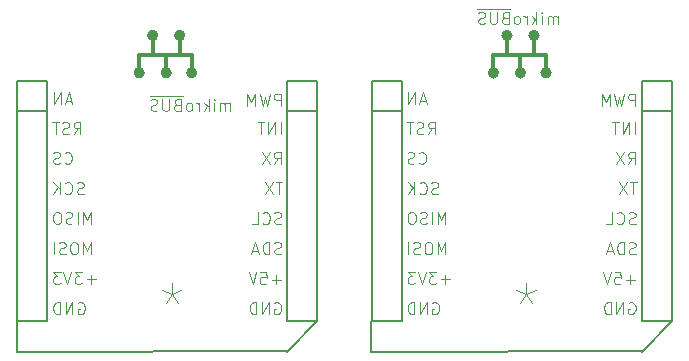
<source format=gbo>
G04 #@! TF.GenerationSoftware,KiCad,Pcbnew,8.0.6*
G04 #@! TF.CreationDate,2025-01-17T22:38:05-05:00*
G04 #@! TF.ProjectId,board_stm32_rev2,626f6172-645f-4737-946d-33325f726576,rev?*
G04 #@! TF.SameCoordinates,Original*
G04 #@! TF.FileFunction,Legend,Bot*
G04 #@! TF.FilePolarity,Positive*
%FSLAX46Y46*%
G04 Gerber Fmt 4.6, Leading zero omitted, Abs format (unit mm)*
G04 Created by KiCad (PCBNEW 8.0.6) date 2025-01-17 22:38:05*
%MOMM*%
%LPD*%
G01*
G04 APERTURE LIST*
G04 Aperture macros list*
%AMRoundRect*
0 Rectangle with rounded corners*
0 $1 Rounding radius*
0 $2 $3 $4 $5 $6 $7 $8 $9 X,Y pos of 4 corners*
0 Add a 4 corners polygon primitive as box body*
4,1,4,$2,$3,$4,$5,$6,$7,$8,$9,$2,$3,0*
0 Add four circle primitives for the rounded corners*
1,1,$1+$1,$2,$3*
1,1,$1+$1,$4,$5*
1,1,$1+$1,$6,$7*
1,1,$1+$1,$8,$9*
0 Add four rect primitives between the rounded corners*
20,1,$1+$1,$2,$3,$4,$5,0*
20,1,$1+$1,$4,$5,$6,$7,0*
20,1,$1+$1,$6,$7,$8,$9,0*
20,1,$1+$1,$8,$9,$2,$3,0*%
G04 Aperture macros list end*
%ADD10C,0.100000*%
%ADD11C,0.127000*%
%ADD12C,0.304800*%
%ADD13C,0.508000*%
%ADD14C,4.700000*%
%ADD15R,1.700000X1.700000*%
%ADD16C,1.700000*%
%ADD17C,3.500000*%
%ADD18C,4.419600*%
%ADD19RoundRect,0.250000X-0.600000X-0.600000X0.600000X-0.600000X0.600000X0.600000X-0.600000X0.600000X0*%
%ADD20R,1.676400X1.676400*%
%ADD21C,1.524000*%
%ADD22R,1.524000X1.524000*%
%ADD23R,1.600000X1.600000*%
%ADD24O,1.600000X1.600000*%
%ADD25C,1.500000*%
%ADD26C,1.000000*%
%ADD27O,1.700000X1.700000*%
%ADD28C,1.600000*%
%ADD29C,1.625600*%
%ADD30C,5.181600*%
G04 APERTURE END LIST*
D10*
X137029561Y-110232419D02*
X137029561Y-109232419D01*
X136553371Y-110232419D02*
X136553371Y-109232419D01*
X136553371Y-109232419D02*
X135981943Y-110232419D01*
X135981943Y-110232419D02*
X135981943Y-109232419D01*
X135648609Y-109232419D02*
X135077181Y-109232419D01*
X135362895Y-110232419D02*
X135362895Y-109232419D01*
X120357713Y-115264800D02*
X120214856Y-115312419D01*
X120214856Y-115312419D02*
X119976761Y-115312419D01*
X119976761Y-115312419D02*
X119881523Y-115264800D01*
X119881523Y-115264800D02*
X119833904Y-115217180D01*
X119833904Y-115217180D02*
X119786285Y-115121942D01*
X119786285Y-115121942D02*
X119786285Y-115026704D01*
X119786285Y-115026704D02*
X119833904Y-114931466D01*
X119833904Y-114931466D02*
X119881523Y-114883847D01*
X119881523Y-114883847D02*
X119976761Y-114836228D01*
X119976761Y-114836228D02*
X120167237Y-114788609D01*
X120167237Y-114788609D02*
X120262475Y-114740990D01*
X120262475Y-114740990D02*
X120310094Y-114693371D01*
X120310094Y-114693371D02*
X120357713Y-114598133D01*
X120357713Y-114598133D02*
X120357713Y-114502895D01*
X120357713Y-114502895D02*
X120310094Y-114407657D01*
X120310094Y-114407657D02*
X120262475Y-114360038D01*
X120262475Y-114360038D02*
X120167237Y-114312419D01*
X120167237Y-114312419D02*
X119929142Y-114312419D01*
X119929142Y-114312419D02*
X119786285Y-114360038D01*
X118786285Y-115217180D02*
X118833904Y-115264800D01*
X118833904Y-115264800D02*
X118976761Y-115312419D01*
X118976761Y-115312419D02*
X119071999Y-115312419D01*
X119071999Y-115312419D02*
X119214856Y-115264800D01*
X119214856Y-115264800D02*
X119310094Y-115169561D01*
X119310094Y-115169561D02*
X119357713Y-115074323D01*
X119357713Y-115074323D02*
X119405332Y-114883847D01*
X119405332Y-114883847D02*
X119405332Y-114740990D01*
X119405332Y-114740990D02*
X119357713Y-114550514D01*
X119357713Y-114550514D02*
X119310094Y-114455276D01*
X119310094Y-114455276D02*
X119214856Y-114360038D01*
X119214856Y-114360038D02*
X119071999Y-114312419D01*
X119071999Y-114312419D02*
X118976761Y-114312419D01*
X118976761Y-114312419D02*
X118833904Y-114360038D01*
X118833904Y-114360038D02*
X118786285Y-114407657D01*
X118357713Y-115312419D02*
X118357713Y-114312419D01*
X117786285Y-115312419D02*
X118214856Y-114740990D01*
X117786285Y-114312419D02*
X118357713Y-114883847D01*
X120976761Y-117827019D02*
X120976761Y-116827019D01*
X120976761Y-116827019D02*
X120643428Y-117541304D01*
X120643428Y-117541304D02*
X120310095Y-116827019D01*
X120310095Y-116827019D02*
X120310095Y-117827019D01*
X119833904Y-117827019D02*
X119833904Y-116827019D01*
X119405333Y-117779400D02*
X119262476Y-117827019D01*
X119262476Y-117827019D02*
X119024381Y-117827019D01*
X119024381Y-117827019D02*
X118929143Y-117779400D01*
X118929143Y-117779400D02*
X118881524Y-117731780D01*
X118881524Y-117731780D02*
X118833905Y-117636542D01*
X118833905Y-117636542D02*
X118833905Y-117541304D01*
X118833905Y-117541304D02*
X118881524Y-117446066D01*
X118881524Y-117446066D02*
X118929143Y-117398447D01*
X118929143Y-117398447D02*
X119024381Y-117350828D01*
X119024381Y-117350828D02*
X119214857Y-117303209D01*
X119214857Y-117303209D02*
X119310095Y-117255590D01*
X119310095Y-117255590D02*
X119357714Y-117207971D01*
X119357714Y-117207971D02*
X119405333Y-117112733D01*
X119405333Y-117112733D02*
X119405333Y-117017495D01*
X119405333Y-117017495D02*
X119357714Y-116922257D01*
X119357714Y-116922257D02*
X119310095Y-116874638D01*
X119310095Y-116874638D02*
X119214857Y-116827019D01*
X119214857Y-116827019D02*
X118976762Y-116827019D01*
X118976762Y-116827019D02*
X118833905Y-116874638D01*
X118214857Y-116827019D02*
X118024381Y-116827019D01*
X118024381Y-116827019D02*
X117929143Y-116874638D01*
X117929143Y-116874638D02*
X117833905Y-116969876D01*
X117833905Y-116969876D02*
X117786286Y-117160352D01*
X117786286Y-117160352D02*
X117786286Y-117493685D01*
X117786286Y-117493685D02*
X117833905Y-117684161D01*
X117833905Y-117684161D02*
X117929143Y-117779400D01*
X117929143Y-117779400D02*
X118024381Y-117827019D01*
X118024381Y-117827019D02*
X118214857Y-117827019D01*
X118214857Y-117827019D02*
X118310095Y-117779400D01*
X118310095Y-117779400D02*
X118405333Y-117684161D01*
X118405333Y-117684161D02*
X118452952Y-117493685D01*
X118452952Y-117493685D02*
X118452952Y-117160352D01*
X118452952Y-117160352D02*
X118405333Y-116969876D01*
X118405333Y-116969876D02*
X118310095Y-116874638D01*
X118310095Y-116874638D02*
X118214857Y-116827019D01*
X121357714Y-122526066D02*
X120595810Y-122526066D01*
X120976762Y-122907019D02*
X120976762Y-122145114D01*
X120214857Y-121907019D02*
X119595810Y-121907019D01*
X119595810Y-121907019D02*
X119929143Y-122287971D01*
X119929143Y-122287971D02*
X119786286Y-122287971D01*
X119786286Y-122287971D02*
X119691048Y-122335590D01*
X119691048Y-122335590D02*
X119643429Y-122383209D01*
X119643429Y-122383209D02*
X119595810Y-122478447D01*
X119595810Y-122478447D02*
X119595810Y-122716542D01*
X119595810Y-122716542D02*
X119643429Y-122811780D01*
X119643429Y-122811780D02*
X119691048Y-122859400D01*
X119691048Y-122859400D02*
X119786286Y-122907019D01*
X119786286Y-122907019D02*
X120072000Y-122907019D01*
X120072000Y-122907019D02*
X120167238Y-122859400D01*
X120167238Y-122859400D02*
X120214857Y-122811780D01*
X119310095Y-121907019D02*
X118976762Y-122907019D01*
X118976762Y-122907019D02*
X118643429Y-121907019D01*
X118405333Y-121907019D02*
X117786286Y-121907019D01*
X117786286Y-121907019D02*
X118119619Y-122287971D01*
X118119619Y-122287971D02*
X117976762Y-122287971D01*
X117976762Y-122287971D02*
X117881524Y-122335590D01*
X117881524Y-122335590D02*
X117833905Y-122383209D01*
X117833905Y-122383209D02*
X117786286Y-122478447D01*
X117786286Y-122478447D02*
X117786286Y-122716542D01*
X117786286Y-122716542D02*
X117833905Y-122811780D01*
X117833905Y-122811780D02*
X117881524Y-122859400D01*
X117881524Y-122859400D02*
X117976762Y-122907019D01*
X117976762Y-122907019D02*
X118262476Y-122907019D01*
X118262476Y-122907019D02*
X118357714Y-122859400D01*
X118357714Y-122859400D02*
X118405333Y-122811780D01*
X136458132Y-112772419D02*
X136791465Y-112296228D01*
X137029560Y-112772419D02*
X137029560Y-111772419D01*
X137029560Y-111772419D02*
X136648608Y-111772419D01*
X136648608Y-111772419D02*
X136553370Y-111820038D01*
X136553370Y-111820038D02*
X136505751Y-111867657D01*
X136505751Y-111867657D02*
X136458132Y-111962895D01*
X136458132Y-111962895D02*
X136458132Y-112105752D01*
X136458132Y-112105752D02*
X136505751Y-112200990D01*
X136505751Y-112200990D02*
X136553370Y-112248609D01*
X136553370Y-112248609D02*
X136648608Y-112296228D01*
X136648608Y-112296228D02*
X137029560Y-112296228D01*
X136124798Y-111772419D02*
X135458132Y-112772419D01*
X135458132Y-111772419D02*
X136124798Y-112772419D01*
X137172418Y-114312419D02*
X136600990Y-114312419D01*
X136886704Y-115312419D02*
X136886704Y-114312419D01*
X136362894Y-114312419D02*
X135696228Y-115312419D01*
X135696228Y-114312419D02*
X136362894Y-115312419D01*
X127799999Y-122845276D02*
X127799999Y-123797657D01*
X128633333Y-123416704D02*
X127799999Y-123797657D01*
X127799999Y-123797657D02*
X126966666Y-123416704D01*
X128299999Y-124559561D02*
X127799999Y-123797657D01*
X127799999Y-123797657D02*
X127299999Y-124559561D01*
X136505751Y-124520038D02*
X136600989Y-124472419D01*
X136600989Y-124472419D02*
X136743846Y-124472419D01*
X136743846Y-124472419D02*
X136886703Y-124520038D01*
X136886703Y-124520038D02*
X136981941Y-124615276D01*
X136981941Y-124615276D02*
X137029560Y-124710514D01*
X137029560Y-124710514D02*
X137077179Y-124900990D01*
X137077179Y-124900990D02*
X137077179Y-125043847D01*
X137077179Y-125043847D02*
X137029560Y-125234323D01*
X137029560Y-125234323D02*
X136981941Y-125329561D01*
X136981941Y-125329561D02*
X136886703Y-125424800D01*
X136886703Y-125424800D02*
X136743846Y-125472419D01*
X136743846Y-125472419D02*
X136648608Y-125472419D01*
X136648608Y-125472419D02*
X136505751Y-125424800D01*
X136505751Y-125424800D02*
X136458132Y-125377180D01*
X136458132Y-125377180D02*
X136458132Y-125043847D01*
X136458132Y-125043847D02*
X136648608Y-125043847D01*
X136029560Y-125472419D02*
X136029560Y-124472419D01*
X136029560Y-124472419D02*
X135458132Y-125472419D01*
X135458132Y-125472419D02*
X135458132Y-124472419D01*
X134981941Y-125472419D02*
X134981941Y-124472419D01*
X134981941Y-124472419D02*
X134743846Y-124472419D01*
X134743846Y-124472419D02*
X134600989Y-124520038D01*
X134600989Y-124520038D02*
X134505751Y-124615276D01*
X134505751Y-124615276D02*
X134458132Y-124710514D01*
X134458132Y-124710514D02*
X134410513Y-124900990D01*
X134410513Y-124900990D02*
X134410513Y-125043847D01*
X134410513Y-125043847D02*
X134458132Y-125234323D01*
X134458132Y-125234323D02*
X134505751Y-125329561D01*
X134505751Y-125329561D02*
X134600989Y-125424800D01*
X134600989Y-125424800D02*
X134743846Y-125472419D01*
X134743846Y-125472419D02*
X134981941Y-125472419D01*
X119500572Y-110232419D02*
X119833905Y-109756228D01*
X120072000Y-110232419D02*
X120072000Y-109232419D01*
X120072000Y-109232419D02*
X119691048Y-109232419D01*
X119691048Y-109232419D02*
X119595810Y-109280038D01*
X119595810Y-109280038D02*
X119548191Y-109327657D01*
X119548191Y-109327657D02*
X119500572Y-109422895D01*
X119500572Y-109422895D02*
X119500572Y-109565752D01*
X119500572Y-109565752D02*
X119548191Y-109660990D01*
X119548191Y-109660990D02*
X119595810Y-109708609D01*
X119595810Y-109708609D02*
X119691048Y-109756228D01*
X119691048Y-109756228D02*
X120072000Y-109756228D01*
X119119619Y-110184800D02*
X118976762Y-110232419D01*
X118976762Y-110232419D02*
X118738667Y-110232419D01*
X118738667Y-110232419D02*
X118643429Y-110184800D01*
X118643429Y-110184800D02*
X118595810Y-110137180D01*
X118595810Y-110137180D02*
X118548191Y-110041942D01*
X118548191Y-110041942D02*
X118548191Y-109946704D01*
X118548191Y-109946704D02*
X118595810Y-109851466D01*
X118595810Y-109851466D02*
X118643429Y-109803847D01*
X118643429Y-109803847D02*
X118738667Y-109756228D01*
X118738667Y-109756228D02*
X118929143Y-109708609D01*
X118929143Y-109708609D02*
X119024381Y-109660990D01*
X119024381Y-109660990D02*
X119072000Y-109613371D01*
X119072000Y-109613371D02*
X119119619Y-109518133D01*
X119119619Y-109518133D02*
X119119619Y-109422895D01*
X119119619Y-109422895D02*
X119072000Y-109327657D01*
X119072000Y-109327657D02*
X119024381Y-109280038D01*
X119024381Y-109280038D02*
X118929143Y-109232419D01*
X118929143Y-109232419D02*
X118691048Y-109232419D01*
X118691048Y-109232419D02*
X118548191Y-109280038D01*
X118262476Y-109232419D02*
X117691048Y-109232419D01*
X117976762Y-110232419D02*
X117976762Y-109232419D01*
X130483332Y-100907419D02*
X130483332Y-100240752D01*
X130483332Y-100335990D02*
X130435713Y-100288371D01*
X130435713Y-100288371D02*
X130340475Y-100240752D01*
X130340475Y-100240752D02*
X130197618Y-100240752D01*
X130197618Y-100240752D02*
X130102380Y-100288371D01*
X130102380Y-100288371D02*
X130054761Y-100383609D01*
X130054761Y-100383609D02*
X130054761Y-100907419D01*
X130054761Y-100383609D02*
X130007142Y-100288371D01*
X130007142Y-100288371D02*
X129911904Y-100240752D01*
X129911904Y-100240752D02*
X129769047Y-100240752D01*
X129769047Y-100240752D02*
X129673808Y-100288371D01*
X129673808Y-100288371D02*
X129626189Y-100383609D01*
X129626189Y-100383609D02*
X129626189Y-100907419D01*
X129149999Y-100907419D02*
X129149999Y-100240752D01*
X129149999Y-99907419D02*
X129197618Y-99955038D01*
X129197618Y-99955038D02*
X129149999Y-100002657D01*
X129149999Y-100002657D02*
X129102380Y-99955038D01*
X129102380Y-99955038D02*
X129149999Y-99907419D01*
X129149999Y-99907419D02*
X129149999Y-100002657D01*
X128673809Y-100907419D02*
X128673809Y-99907419D01*
X128578571Y-100526466D02*
X128292857Y-100907419D01*
X128292857Y-100240752D02*
X128673809Y-100621704D01*
X127864285Y-100907419D02*
X127864285Y-100240752D01*
X127864285Y-100431228D02*
X127816666Y-100335990D01*
X127816666Y-100335990D02*
X127769047Y-100288371D01*
X127769047Y-100288371D02*
X127673809Y-100240752D01*
X127673809Y-100240752D02*
X127578571Y-100240752D01*
X127102380Y-100907419D02*
X127197618Y-100859800D01*
X127197618Y-100859800D02*
X127245237Y-100812180D01*
X127245237Y-100812180D02*
X127292856Y-100716942D01*
X127292856Y-100716942D02*
X127292856Y-100431228D01*
X127292856Y-100431228D02*
X127245237Y-100335990D01*
X127245237Y-100335990D02*
X127197618Y-100288371D01*
X127197618Y-100288371D02*
X127102380Y-100240752D01*
X127102380Y-100240752D02*
X126959523Y-100240752D01*
X126959523Y-100240752D02*
X126864285Y-100288371D01*
X126864285Y-100288371D02*
X126816666Y-100335990D01*
X126816666Y-100335990D02*
X126769047Y-100431228D01*
X126769047Y-100431228D02*
X126769047Y-100716942D01*
X126769047Y-100716942D02*
X126816666Y-100812180D01*
X126816666Y-100812180D02*
X126864285Y-100859800D01*
X126864285Y-100859800D02*
X126959523Y-100907419D01*
X126959523Y-100907419D02*
X127102380Y-100907419D01*
X126007142Y-100383609D02*
X125864285Y-100431228D01*
X125864285Y-100431228D02*
X125816666Y-100478847D01*
X125816666Y-100478847D02*
X125769047Y-100574085D01*
X125769047Y-100574085D02*
X125769047Y-100716942D01*
X125769047Y-100716942D02*
X125816666Y-100812180D01*
X125816666Y-100812180D02*
X125864285Y-100859800D01*
X125864285Y-100859800D02*
X125959523Y-100907419D01*
X125959523Y-100907419D02*
X126340475Y-100907419D01*
X126340475Y-100907419D02*
X126340475Y-99907419D01*
X126340475Y-99907419D02*
X126007142Y-99907419D01*
X126007142Y-99907419D02*
X125911904Y-99955038D01*
X125911904Y-99955038D02*
X125864285Y-100002657D01*
X125864285Y-100002657D02*
X125816666Y-100097895D01*
X125816666Y-100097895D02*
X125816666Y-100193133D01*
X125816666Y-100193133D02*
X125864285Y-100288371D01*
X125864285Y-100288371D02*
X125911904Y-100335990D01*
X125911904Y-100335990D02*
X126007142Y-100383609D01*
X126007142Y-100383609D02*
X126340475Y-100383609D01*
X125340475Y-99907419D02*
X125340475Y-100716942D01*
X125340475Y-100716942D02*
X125292856Y-100812180D01*
X125292856Y-100812180D02*
X125245237Y-100859800D01*
X125245237Y-100859800D02*
X125149999Y-100907419D01*
X125149999Y-100907419D02*
X124959523Y-100907419D01*
X124959523Y-100907419D02*
X124864285Y-100859800D01*
X124864285Y-100859800D02*
X124816666Y-100812180D01*
X124816666Y-100812180D02*
X124769047Y-100716942D01*
X124769047Y-100716942D02*
X124769047Y-99907419D01*
X124340475Y-100859800D02*
X124197618Y-100907419D01*
X124197618Y-100907419D02*
X123959523Y-100907419D01*
X123959523Y-100907419D02*
X123864285Y-100859800D01*
X123864285Y-100859800D02*
X123816666Y-100812180D01*
X123816666Y-100812180D02*
X123769047Y-100716942D01*
X123769047Y-100716942D02*
X123769047Y-100621704D01*
X123769047Y-100621704D02*
X123816666Y-100526466D01*
X123816666Y-100526466D02*
X123864285Y-100478847D01*
X123864285Y-100478847D02*
X123959523Y-100431228D01*
X123959523Y-100431228D02*
X124149999Y-100383609D01*
X124149999Y-100383609D02*
X124245237Y-100335990D01*
X124245237Y-100335990D02*
X124292856Y-100288371D01*
X124292856Y-100288371D02*
X124340475Y-100193133D01*
X124340475Y-100193133D02*
X124340475Y-100097895D01*
X124340475Y-100097895D02*
X124292856Y-100002657D01*
X124292856Y-100002657D02*
X124245237Y-99955038D01*
X124245237Y-99955038D02*
X124149999Y-99907419D01*
X124149999Y-99907419D02*
X123911904Y-99907419D01*
X123911904Y-99907419D02*
X123769047Y-99955038D01*
X126478571Y-99629800D02*
X123678571Y-99629800D01*
X119881523Y-124520038D02*
X119976761Y-124472419D01*
X119976761Y-124472419D02*
X120119618Y-124472419D01*
X120119618Y-124472419D02*
X120262475Y-124520038D01*
X120262475Y-124520038D02*
X120357713Y-124615276D01*
X120357713Y-124615276D02*
X120405332Y-124710514D01*
X120405332Y-124710514D02*
X120452951Y-124900990D01*
X120452951Y-124900990D02*
X120452951Y-125043847D01*
X120452951Y-125043847D02*
X120405332Y-125234323D01*
X120405332Y-125234323D02*
X120357713Y-125329561D01*
X120357713Y-125329561D02*
X120262475Y-125424800D01*
X120262475Y-125424800D02*
X120119618Y-125472419D01*
X120119618Y-125472419D02*
X120024380Y-125472419D01*
X120024380Y-125472419D02*
X119881523Y-125424800D01*
X119881523Y-125424800D02*
X119833904Y-125377180D01*
X119833904Y-125377180D02*
X119833904Y-125043847D01*
X119833904Y-125043847D02*
X120024380Y-125043847D01*
X119405332Y-125472419D02*
X119405332Y-124472419D01*
X119405332Y-124472419D02*
X118833904Y-125472419D01*
X118833904Y-125472419D02*
X118833904Y-124472419D01*
X118357713Y-125472419D02*
X118357713Y-124472419D01*
X118357713Y-124472419D02*
X118119618Y-124472419D01*
X118119618Y-124472419D02*
X117976761Y-124520038D01*
X117976761Y-124520038D02*
X117881523Y-124615276D01*
X117881523Y-124615276D02*
X117833904Y-124710514D01*
X117833904Y-124710514D02*
X117786285Y-124900990D01*
X117786285Y-124900990D02*
X117786285Y-125043847D01*
X117786285Y-125043847D02*
X117833904Y-125234323D01*
X117833904Y-125234323D02*
X117881523Y-125329561D01*
X117881523Y-125329561D02*
X117976761Y-125424800D01*
X117976761Y-125424800D02*
X118119618Y-125472419D01*
X118119618Y-125472419D02*
X118357713Y-125472419D01*
X120976761Y-120392419D02*
X120976761Y-119392419D01*
X120976761Y-119392419D02*
X120643428Y-120106704D01*
X120643428Y-120106704D02*
X120310095Y-119392419D01*
X120310095Y-119392419D02*
X120310095Y-120392419D01*
X119643428Y-119392419D02*
X119452952Y-119392419D01*
X119452952Y-119392419D02*
X119357714Y-119440038D01*
X119357714Y-119440038D02*
X119262476Y-119535276D01*
X119262476Y-119535276D02*
X119214857Y-119725752D01*
X119214857Y-119725752D02*
X119214857Y-120059085D01*
X119214857Y-120059085D02*
X119262476Y-120249561D01*
X119262476Y-120249561D02*
X119357714Y-120344800D01*
X119357714Y-120344800D02*
X119452952Y-120392419D01*
X119452952Y-120392419D02*
X119643428Y-120392419D01*
X119643428Y-120392419D02*
X119738666Y-120344800D01*
X119738666Y-120344800D02*
X119833904Y-120249561D01*
X119833904Y-120249561D02*
X119881523Y-120059085D01*
X119881523Y-120059085D02*
X119881523Y-119725752D01*
X119881523Y-119725752D02*
X119833904Y-119535276D01*
X119833904Y-119535276D02*
X119738666Y-119440038D01*
X119738666Y-119440038D02*
X119643428Y-119392419D01*
X118833904Y-120344800D02*
X118691047Y-120392419D01*
X118691047Y-120392419D02*
X118452952Y-120392419D01*
X118452952Y-120392419D02*
X118357714Y-120344800D01*
X118357714Y-120344800D02*
X118310095Y-120297180D01*
X118310095Y-120297180D02*
X118262476Y-120201942D01*
X118262476Y-120201942D02*
X118262476Y-120106704D01*
X118262476Y-120106704D02*
X118310095Y-120011466D01*
X118310095Y-120011466D02*
X118357714Y-119963847D01*
X118357714Y-119963847D02*
X118452952Y-119916228D01*
X118452952Y-119916228D02*
X118643428Y-119868609D01*
X118643428Y-119868609D02*
X118738666Y-119820990D01*
X118738666Y-119820990D02*
X118786285Y-119773371D01*
X118786285Y-119773371D02*
X118833904Y-119678133D01*
X118833904Y-119678133D02*
X118833904Y-119582895D01*
X118833904Y-119582895D02*
X118786285Y-119487657D01*
X118786285Y-119487657D02*
X118738666Y-119440038D01*
X118738666Y-119440038D02*
X118643428Y-119392419D01*
X118643428Y-119392419D02*
X118405333Y-119392419D01*
X118405333Y-119392419D02*
X118262476Y-119440038D01*
X117833904Y-120392419D02*
X117833904Y-119392419D01*
X118738666Y-112651780D02*
X118786285Y-112699400D01*
X118786285Y-112699400D02*
X118929142Y-112747019D01*
X118929142Y-112747019D02*
X119024380Y-112747019D01*
X119024380Y-112747019D02*
X119167237Y-112699400D01*
X119167237Y-112699400D02*
X119262475Y-112604161D01*
X119262475Y-112604161D02*
X119310094Y-112508923D01*
X119310094Y-112508923D02*
X119357713Y-112318447D01*
X119357713Y-112318447D02*
X119357713Y-112175590D01*
X119357713Y-112175590D02*
X119310094Y-111985114D01*
X119310094Y-111985114D02*
X119262475Y-111889876D01*
X119262475Y-111889876D02*
X119167237Y-111794638D01*
X119167237Y-111794638D02*
X119024380Y-111747019D01*
X119024380Y-111747019D02*
X118929142Y-111747019D01*
X118929142Y-111747019D02*
X118786285Y-111794638D01*
X118786285Y-111794638D02*
X118738666Y-111842257D01*
X118357713Y-112699400D02*
X118214856Y-112747019D01*
X118214856Y-112747019D02*
X117976761Y-112747019D01*
X117976761Y-112747019D02*
X117881523Y-112699400D01*
X117881523Y-112699400D02*
X117833904Y-112651780D01*
X117833904Y-112651780D02*
X117786285Y-112556542D01*
X117786285Y-112556542D02*
X117786285Y-112461304D01*
X117786285Y-112461304D02*
X117833904Y-112366066D01*
X117833904Y-112366066D02*
X117881523Y-112318447D01*
X117881523Y-112318447D02*
X117976761Y-112270828D01*
X117976761Y-112270828D02*
X118167237Y-112223209D01*
X118167237Y-112223209D02*
X118262475Y-112175590D01*
X118262475Y-112175590D02*
X118310094Y-112127971D01*
X118310094Y-112127971D02*
X118357713Y-112032733D01*
X118357713Y-112032733D02*
X118357713Y-111937495D01*
X118357713Y-111937495D02*
X118310094Y-111842257D01*
X118310094Y-111842257D02*
X118262475Y-111794638D01*
X118262475Y-111794638D02*
X118167237Y-111747019D01*
X118167237Y-111747019D02*
X117929142Y-111747019D01*
X117929142Y-111747019D02*
X117786285Y-111794638D01*
X137029560Y-122551466D02*
X136267656Y-122551466D01*
X136648608Y-122932419D02*
X136648608Y-122170514D01*
X135315275Y-121932419D02*
X135791465Y-121932419D01*
X135791465Y-121932419D02*
X135839084Y-122408609D01*
X135839084Y-122408609D02*
X135791465Y-122360990D01*
X135791465Y-122360990D02*
X135696227Y-122313371D01*
X135696227Y-122313371D02*
X135458132Y-122313371D01*
X135458132Y-122313371D02*
X135362894Y-122360990D01*
X135362894Y-122360990D02*
X135315275Y-122408609D01*
X135315275Y-122408609D02*
X135267656Y-122503847D01*
X135267656Y-122503847D02*
X135267656Y-122741942D01*
X135267656Y-122741942D02*
X135315275Y-122837180D01*
X135315275Y-122837180D02*
X135362894Y-122884800D01*
X135362894Y-122884800D02*
X135458132Y-122932419D01*
X135458132Y-122932419D02*
X135696227Y-122932419D01*
X135696227Y-122932419D02*
X135791465Y-122884800D01*
X135791465Y-122884800D02*
X135839084Y-122837180D01*
X134981941Y-121932419D02*
X134648608Y-122932419D01*
X134648608Y-122932419D02*
X134315275Y-121932419D01*
X119310095Y-107406704D02*
X118833905Y-107406704D01*
X119405333Y-107692419D02*
X119072000Y-106692419D01*
X119072000Y-106692419D02*
X118738667Y-107692419D01*
X118405333Y-107692419D02*
X118405333Y-106692419D01*
X118405333Y-106692419D02*
X117833905Y-107692419D01*
X117833905Y-107692419D02*
X117833905Y-106692419D01*
X137077179Y-117804800D02*
X136934322Y-117852419D01*
X136934322Y-117852419D02*
X136696227Y-117852419D01*
X136696227Y-117852419D02*
X136600989Y-117804800D01*
X136600989Y-117804800D02*
X136553370Y-117757180D01*
X136553370Y-117757180D02*
X136505751Y-117661942D01*
X136505751Y-117661942D02*
X136505751Y-117566704D01*
X136505751Y-117566704D02*
X136553370Y-117471466D01*
X136553370Y-117471466D02*
X136600989Y-117423847D01*
X136600989Y-117423847D02*
X136696227Y-117376228D01*
X136696227Y-117376228D02*
X136886703Y-117328609D01*
X136886703Y-117328609D02*
X136981941Y-117280990D01*
X136981941Y-117280990D02*
X137029560Y-117233371D01*
X137029560Y-117233371D02*
X137077179Y-117138133D01*
X137077179Y-117138133D02*
X137077179Y-117042895D01*
X137077179Y-117042895D02*
X137029560Y-116947657D01*
X137029560Y-116947657D02*
X136981941Y-116900038D01*
X136981941Y-116900038D02*
X136886703Y-116852419D01*
X136886703Y-116852419D02*
X136648608Y-116852419D01*
X136648608Y-116852419D02*
X136505751Y-116900038D01*
X135505751Y-117757180D02*
X135553370Y-117804800D01*
X135553370Y-117804800D02*
X135696227Y-117852419D01*
X135696227Y-117852419D02*
X135791465Y-117852419D01*
X135791465Y-117852419D02*
X135934322Y-117804800D01*
X135934322Y-117804800D02*
X136029560Y-117709561D01*
X136029560Y-117709561D02*
X136077179Y-117614323D01*
X136077179Y-117614323D02*
X136124798Y-117423847D01*
X136124798Y-117423847D02*
X136124798Y-117280990D01*
X136124798Y-117280990D02*
X136077179Y-117090514D01*
X136077179Y-117090514D02*
X136029560Y-116995276D01*
X136029560Y-116995276D02*
X135934322Y-116900038D01*
X135934322Y-116900038D02*
X135791465Y-116852419D01*
X135791465Y-116852419D02*
X135696227Y-116852419D01*
X135696227Y-116852419D02*
X135553370Y-116900038D01*
X135553370Y-116900038D02*
X135505751Y-116947657D01*
X134600989Y-117852419D02*
X135077179Y-117852419D01*
X135077179Y-117852419D02*
X135077179Y-116852419D01*
X137029561Y-107819419D02*
X137029561Y-106819419D01*
X137029561Y-106819419D02*
X136648609Y-106819419D01*
X136648609Y-106819419D02*
X136553371Y-106867038D01*
X136553371Y-106867038D02*
X136505752Y-106914657D01*
X136505752Y-106914657D02*
X136458133Y-107009895D01*
X136458133Y-107009895D02*
X136458133Y-107152752D01*
X136458133Y-107152752D02*
X136505752Y-107247990D01*
X136505752Y-107247990D02*
X136553371Y-107295609D01*
X136553371Y-107295609D02*
X136648609Y-107343228D01*
X136648609Y-107343228D02*
X137029561Y-107343228D01*
X136124799Y-106819419D02*
X135886704Y-107819419D01*
X135886704Y-107819419D02*
X135696228Y-107105133D01*
X135696228Y-107105133D02*
X135505752Y-107819419D01*
X135505752Y-107819419D02*
X135267657Y-106819419D01*
X134886704Y-107819419D02*
X134886704Y-106819419D01*
X134886704Y-106819419D02*
X134553371Y-107533704D01*
X134553371Y-107533704D02*
X134220038Y-106819419D01*
X134220038Y-106819419D02*
X134220038Y-107819419D01*
X137077180Y-120344800D02*
X136934323Y-120392419D01*
X136934323Y-120392419D02*
X136696228Y-120392419D01*
X136696228Y-120392419D02*
X136600990Y-120344800D01*
X136600990Y-120344800D02*
X136553371Y-120297180D01*
X136553371Y-120297180D02*
X136505752Y-120201942D01*
X136505752Y-120201942D02*
X136505752Y-120106704D01*
X136505752Y-120106704D02*
X136553371Y-120011466D01*
X136553371Y-120011466D02*
X136600990Y-119963847D01*
X136600990Y-119963847D02*
X136696228Y-119916228D01*
X136696228Y-119916228D02*
X136886704Y-119868609D01*
X136886704Y-119868609D02*
X136981942Y-119820990D01*
X136981942Y-119820990D02*
X137029561Y-119773371D01*
X137029561Y-119773371D02*
X137077180Y-119678133D01*
X137077180Y-119678133D02*
X137077180Y-119582895D01*
X137077180Y-119582895D02*
X137029561Y-119487657D01*
X137029561Y-119487657D02*
X136981942Y-119440038D01*
X136981942Y-119440038D02*
X136886704Y-119392419D01*
X136886704Y-119392419D02*
X136648609Y-119392419D01*
X136648609Y-119392419D02*
X136505752Y-119440038D01*
X136077180Y-120392419D02*
X136077180Y-119392419D01*
X136077180Y-119392419D02*
X135839085Y-119392419D01*
X135839085Y-119392419D02*
X135696228Y-119440038D01*
X135696228Y-119440038D02*
X135600990Y-119535276D01*
X135600990Y-119535276D02*
X135553371Y-119630514D01*
X135553371Y-119630514D02*
X135505752Y-119820990D01*
X135505752Y-119820990D02*
X135505752Y-119963847D01*
X135505752Y-119963847D02*
X135553371Y-120154323D01*
X135553371Y-120154323D02*
X135600990Y-120249561D01*
X135600990Y-120249561D02*
X135696228Y-120344800D01*
X135696228Y-120344800D02*
X135839085Y-120392419D01*
X135839085Y-120392419D02*
X136077180Y-120392419D01*
X135124799Y-120106704D02*
X134648609Y-120106704D01*
X135220037Y-120392419D02*
X134886704Y-119392419D01*
X134886704Y-119392419D02*
X134553371Y-120392419D01*
X89881523Y-124520038D02*
X89976761Y-124472419D01*
X89976761Y-124472419D02*
X90119618Y-124472419D01*
X90119618Y-124472419D02*
X90262475Y-124520038D01*
X90262475Y-124520038D02*
X90357713Y-124615276D01*
X90357713Y-124615276D02*
X90405332Y-124710514D01*
X90405332Y-124710514D02*
X90452951Y-124900990D01*
X90452951Y-124900990D02*
X90452951Y-125043847D01*
X90452951Y-125043847D02*
X90405332Y-125234323D01*
X90405332Y-125234323D02*
X90357713Y-125329561D01*
X90357713Y-125329561D02*
X90262475Y-125424800D01*
X90262475Y-125424800D02*
X90119618Y-125472419D01*
X90119618Y-125472419D02*
X90024380Y-125472419D01*
X90024380Y-125472419D02*
X89881523Y-125424800D01*
X89881523Y-125424800D02*
X89833904Y-125377180D01*
X89833904Y-125377180D02*
X89833904Y-125043847D01*
X89833904Y-125043847D02*
X90024380Y-125043847D01*
X89405332Y-125472419D02*
X89405332Y-124472419D01*
X89405332Y-124472419D02*
X88833904Y-125472419D01*
X88833904Y-125472419D02*
X88833904Y-124472419D01*
X88357713Y-125472419D02*
X88357713Y-124472419D01*
X88357713Y-124472419D02*
X88119618Y-124472419D01*
X88119618Y-124472419D02*
X87976761Y-124520038D01*
X87976761Y-124520038D02*
X87881523Y-124615276D01*
X87881523Y-124615276D02*
X87833904Y-124710514D01*
X87833904Y-124710514D02*
X87786285Y-124900990D01*
X87786285Y-124900990D02*
X87786285Y-125043847D01*
X87786285Y-125043847D02*
X87833904Y-125234323D01*
X87833904Y-125234323D02*
X87881523Y-125329561D01*
X87881523Y-125329561D02*
X87976761Y-125424800D01*
X87976761Y-125424800D02*
X88119618Y-125472419D01*
X88119618Y-125472419D02*
X88357713Y-125472419D01*
X107029561Y-110232419D02*
X107029561Y-109232419D01*
X106553371Y-110232419D02*
X106553371Y-109232419D01*
X106553371Y-109232419D02*
X105981943Y-110232419D01*
X105981943Y-110232419D02*
X105981943Y-109232419D01*
X105648609Y-109232419D02*
X105077181Y-109232419D01*
X105362895Y-110232419D02*
X105362895Y-109232419D01*
X90357713Y-115264800D02*
X90214856Y-115312419D01*
X90214856Y-115312419D02*
X89976761Y-115312419D01*
X89976761Y-115312419D02*
X89881523Y-115264800D01*
X89881523Y-115264800D02*
X89833904Y-115217180D01*
X89833904Y-115217180D02*
X89786285Y-115121942D01*
X89786285Y-115121942D02*
X89786285Y-115026704D01*
X89786285Y-115026704D02*
X89833904Y-114931466D01*
X89833904Y-114931466D02*
X89881523Y-114883847D01*
X89881523Y-114883847D02*
X89976761Y-114836228D01*
X89976761Y-114836228D02*
X90167237Y-114788609D01*
X90167237Y-114788609D02*
X90262475Y-114740990D01*
X90262475Y-114740990D02*
X90310094Y-114693371D01*
X90310094Y-114693371D02*
X90357713Y-114598133D01*
X90357713Y-114598133D02*
X90357713Y-114502895D01*
X90357713Y-114502895D02*
X90310094Y-114407657D01*
X90310094Y-114407657D02*
X90262475Y-114360038D01*
X90262475Y-114360038D02*
X90167237Y-114312419D01*
X90167237Y-114312419D02*
X89929142Y-114312419D01*
X89929142Y-114312419D02*
X89786285Y-114360038D01*
X88786285Y-115217180D02*
X88833904Y-115264800D01*
X88833904Y-115264800D02*
X88976761Y-115312419D01*
X88976761Y-115312419D02*
X89071999Y-115312419D01*
X89071999Y-115312419D02*
X89214856Y-115264800D01*
X89214856Y-115264800D02*
X89310094Y-115169561D01*
X89310094Y-115169561D02*
X89357713Y-115074323D01*
X89357713Y-115074323D02*
X89405332Y-114883847D01*
X89405332Y-114883847D02*
X89405332Y-114740990D01*
X89405332Y-114740990D02*
X89357713Y-114550514D01*
X89357713Y-114550514D02*
X89310094Y-114455276D01*
X89310094Y-114455276D02*
X89214856Y-114360038D01*
X89214856Y-114360038D02*
X89071999Y-114312419D01*
X89071999Y-114312419D02*
X88976761Y-114312419D01*
X88976761Y-114312419D02*
X88833904Y-114360038D01*
X88833904Y-114360038D02*
X88786285Y-114407657D01*
X88357713Y-115312419D02*
X88357713Y-114312419D01*
X87786285Y-115312419D02*
X88214856Y-114740990D01*
X87786285Y-114312419D02*
X88357713Y-114883847D01*
X88738666Y-112651780D02*
X88786285Y-112699400D01*
X88786285Y-112699400D02*
X88929142Y-112747019D01*
X88929142Y-112747019D02*
X89024380Y-112747019D01*
X89024380Y-112747019D02*
X89167237Y-112699400D01*
X89167237Y-112699400D02*
X89262475Y-112604161D01*
X89262475Y-112604161D02*
X89310094Y-112508923D01*
X89310094Y-112508923D02*
X89357713Y-112318447D01*
X89357713Y-112318447D02*
X89357713Y-112175590D01*
X89357713Y-112175590D02*
X89310094Y-111985114D01*
X89310094Y-111985114D02*
X89262475Y-111889876D01*
X89262475Y-111889876D02*
X89167237Y-111794638D01*
X89167237Y-111794638D02*
X89024380Y-111747019D01*
X89024380Y-111747019D02*
X88929142Y-111747019D01*
X88929142Y-111747019D02*
X88786285Y-111794638D01*
X88786285Y-111794638D02*
X88738666Y-111842257D01*
X88357713Y-112699400D02*
X88214856Y-112747019D01*
X88214856Y-112747019D02*
X87976761Y-112747019D01*
X87976761Y-112747019D02*
X87881523Y-112699400D01*
X87881523Y-112699400D02*
X87833904Y-112651780D01*
X87833904Y-112651780D02*
X87786285Y-112556542D01*
X87786285Y-112556542D02*
X87786285Y-112461304D01*
X87786285Y-112461304D02*
X87833904Y-112366066D01*
X87833904Y-112366066D02*
X87881523Y-112318447D01*
X87881523Y-112318447D02*
X87976761Y-112270828D01*
X87976761Y-112270828D02*
X88167237Y-112223209D01*
X88167237Y-112223209D02*
X88262475Y-112175590D01*
X88262475Y-112175590D02*
X88310094Y-112127971D01*
X88310094Y-112127971D02*
X88357713Y-112032733D01*
X88357713Y-112032733D02*
X88357713Y-111937495D01*
X88357713Y-111937495D02*
X88310094Y-111842257D01*
X88310094Y-111842257D02*
X88262475Y-111794638D01*
X88262475Y-111794638D02*
X88167237Y-111747019D01*
X88167237Y-111747019D02*
X87929142Y-111747019D01*
X87929142Y-111747019D02*
X87786285Y-111794638D01*
X106505751Y-124520038D02*
X106600989Y-124472419D01*
X106600989Y-124472419D02*
X106743846Y-124472419D01*
X106743846Y-124472419D02*
X106886703Y-124520038D01*
X106886703Y-124520038D02*
X106981941Y-124615276D01*
X106981941Y-124615276D02*
X107029560Y-124710514D01*
X107029560Y-124710514D02*
X107077179Y-124900990D01*
X107077179Y-124900990D02*
X107077179Y-125043847D01*
X107077179Y-125043847D02*
X107029560Y-125234323D01*
X107029560Y-125234323D02*
X106981941Y-125329561D01*
X106981941Y-125329561D02*
X106886703Y-125424800D01*
X106886703Y-125424800D02*
X106743846Y-125472419D01*
X106743846Y-125472419D02*
X106648608Y-125472419D01*
X106648608Y-125472419D02*
X106505751Y-125424800D01*
X106505751Y-125424800D02*
X106458132Y-125377180D01*
X106458132Y-125377180D02*
X106458132Y-125043847D01*
X106458132Y-125043847D02*
X106648608Y-125043847D01*
X106029560Y-125472419D02*
X106029560Y-124472419D01*
X106029560Y-124472419D02*
X105458132Y-125472419D01*
X105458132Y-125472419D02*
X105458132Y-124472419D01*
X104981941Y-125472419D02*
X104981941Y-124472419D01*
X104981941Y-124472419D02*
X104743846Y-124472419D01*
X104743846Y-124472419D02*
X104600989Y-124520038D01*
X104600989Y-124520038D02*
X104505751Y-124615276D01*
X104505751Y-124615276D02*
X104458132Y-124710514D01*
X104458132Y-124710514D02*
X104410513Y-124900990D01*
X104410513Y-124900990D02*
X104410513Y-125043847D01*
X104410513Y-125043847D02*
X104458132Y-125234323D01*
X104458132Y-125234323D02*
X104505751Y-125329561D01*
X104505751Y-125329561D02*
X104600989Y-125424800D01*
X104600989Y-125424800D02*
X104743846Y-125472419D01*
X104743846Y-125472419D02*
X104981941Y-125472419D01*
X107029560Y-122551466D02*
X106267656Y-122551466D01*
X106648608Y-122932419D02*
X106648608Y-122170514D01*
X105315275Y-121932419D02*
X105791465Y-121932419D01*
X105791465Y-121932419D02*
X105839084Y-122408609D01*
X105839084Y-122408609D02*
X105791465Y-122360990D01*
X105791465Y-122360990D02*
X105696227Y-122313371D01*
X105696227Y-122313371D02*
X105458132Y-122313371D01*
X105458132Y-122313371D02*
X105362894Y-122360990D01*
X105362894Y-122360990D02*
X105315275Y-122408609D01*
X105315275Y-122408609D02*
X105267656Y-122503847D01*
X105267656Y-122503847D02*
X105267656Y-122741942D01*
X105267656Y-122741942D02*
X105315275Y-122837180D01*
X105315275Y-122837180D02*
X105362894Y-122884800D01*
X105362894Y-122884800D02*
X105458132Y-122932419D01*
X105458132Y-122932419D02*
X105696227Y-122932419D01*
X105696227Y-122932419D02*
X105791465Y-122884800D01*
X105791465Y-122884800D02*
X105839084Y-122837180D01*
X104981941Y-121932419D02*
X104648608Y-122932419D01*
X104648608Y-122932419D02*
X104315275Y-121932419D01*
X107029561Y-107819419D02*
X107029561Y-106819419D01*
X107029561Y-106819419D02*
X106648609Y-106819419D01*
X106648609Y-106819419D02*
X106553371Y-106867038D01*
X106553371Y-106867038D02*
X106505752Y-106914657D01*
X106505752Y-106914657D02*
X106458133Y-107009895D01*
X106458133Y-107009895D02*
X106458133Y-107152752D01*
X106458133Y-107152752D02*
X106505752Y-107247990D01*
X106505752Y-107247990D02*
X106553371Y-107295609D01*
X106553371Y-107295609D02*
X106648609Y-107343228D01*
X106648609Y-107343228D02*
X107029561Y-107343228D01*
X106124799Y-106819419D02*
X105886704Y-107819419D01*
X105886704Y-107819419D02*
X105696228Y-107105133D01*
X105696228Y-107105133D02*
X105505752Y-107819419D01*
X105505752Y-107819419D02*
X105267657Y-106819419D01*
X104886704Y-107819419D02*
X104886704Y-106819419D01*
X104886704Y-106819419D02*
X104553371Y-107533704D01*
X104553371Y-107533704D02*
X104220038Y-106819419D01*
X104220038Y-106819419D02*
X104220038Y-107819419D01*
X90976761Y-120392419D02*
X90976761Y-119392419D01*
X90976761Y-119392419D02*
X90643428Y-120106704D01*
X90643428Y-120106704D02*
X90310095Y-119392419D01*
X90310095Y-119392419D02*
X90310095Y-120392419D01*
X89643428Y-119392419D02*
X89452952Y-119392419D01*
X89452952Y-119392419D02*
X89357714Y-119440038D01*
X89357714Y-119440038D02*
X89262476Y-119535276D01*
X89262476Y-119535276D02*
X89214857Y-119725752D01*
X89214857Y-119725752D02*
X89214857Y-120059085D01*
X89214857Y-120059085D02*
X89262476Y-120249561D01*
X89262476Y-120249561D02*
X89357714Y-120344800D01*
X89357714Y-120344800D02*
X89452952Y-120392419D01*
X89452952Y-120392419D02*
X89643428Y-120392419D01*
X89643428Y-120392419D02*
X89738666Y-120344800D01*
X89738666Y-120344800D02*
X89833904Y-120249561D01*
X89833904Y-120249561D02*
X89881523Y-120059085D01*
X89881523Y-120059085D02*
X89881523Y-119725752D01*
X89881523Y-119725752D02*
X89833904Y-119535276D01*
X89833904Y-119535276D02*
X89738666Y-119440038D01*
X89738666Y-119440038D02*
X89643428Y-119392419D01*
X88833904Y-120344800D02*
X88691047Y-120392419D01*
X88691047Y-120392419D02*
X88452952Y-120392419D01*
X88452952Y-120392419D02*
X88357714Y-120344800D01*
X88357714Y-120344800D02*
X88310095Y-120297180D01*
X88310095Y-120297180D02*
X88262476Y-120201942D01*
X88262476Y-120201942D02*
X88262476Y-120106704D01*
X88262476Y-120106704D02*
X88310095Y-120011466D01*
X88310095Y-120011466D02*
X88357714Y-119963847D01*
X88357714Y-119963847D02*
X88452952Y-119916228D01*
X88452952Y-119916228D02*
X88643428Y-119868609D01*
X88643428Y-119868609D02*
X88738666Y-119820990D01*
X88738666Y-119820990D02*
X88786285Y-119773371D01*
X88786285Y-119773371D02*
X88833904Y-119678133D01*
X88833904Y-119678133D02*
X88833904Y-119582895D01*
X88833904Y-119582895D02*
X88786285Y-119487657D01*
X88786285Y-119487657D02*
X88738666Y-119440038D01*
X88738666Y-119440038D02*
X88643428Y-119392419D01*
X88643428Y-119392419D02*
X88405333Y-119392419D01*
X88405333Y-119392419D02*
X88262476Y-119440038D01*
X87833904Y-120392419D02*
X87833904Y-119392419D01*
X107172418Y-114312419D02*
X106600990Y-114312419D01*
X106886704Y-115312419D02*
X106886704Y-114312419D01*
X106362894Y-114312419D02*
X105696228Y-115312419D01*
X105696228Y-114312419D02*
X106362894Y-115312419D01*
X89310095Y-107406704D02*
X88833905Y-107406704D01*
X89405333Y-107692419D02*
X89072000Y-106692419D01*
X89072000Y-106692419D02*
X88738667Y-107692419D01*
X88405333Y-107692419D02*
X88405333Y-106692419D01*
X88405333Y-106692419D02*
X87833905Y-107692419D01*
X87833905Y-107692419D02*
X87833905Y-106692419D01*
X106458132Y-112772419D02*
X106791465Y-112296228D01*
X107029560Y-112772419D02*
X107029560Y-111772419D01*
X107029560Y-111772419D02*
X106648608Y-111772419D01*
X106648608Y-111772419D02*
X106553370Y-111820038D01*
X106553370Y-111820038D02*
X106505751Y-111867657D01*
X106505751Y-111867657D02*
X106458132Y-111962895D01*
X106458132Y-111962895D02*
X106458132Y-112105752D01*
X106458132Y-112105752D02*
X106505751Y-112200990D01*
X106505751Y-112200990D02*
X106553370Y-112248609D01*
X106553370Y-112248609D02*
X106648608Y-112296228D01*
X106648608Y-112296228D02*
X107029560Y-112296228D01*
X106124798Y-111772419D02*
X105458132Y-112772419D01*
X105458132Y-111772419D02*
X106124798Y-112772419D01*
X90976761Y-117827019D02*
X90976761Y-116827019D01*
X90976761Y-116827019D02*
X90643428Y-117541304D01*
X90643428Y-117541304D02*
X90310095Y-116827019D01*
X90310095Y-116827019D02*
X90310095Y-117827019D01*
X89833904Y-117827019D02*
X89833904Y-116827019D01*
X89405333Y-117779400D02*
X89262476Y-117827019D01*
X89262476Y-117827019D02*
X89024381Y-117827019D01*
X89024381Y-117827019D02*
X88929143Y-117779400D01*
X88929143Y-117779400D02*
X88881524Y-117731780D01*
X88881524Y-117731780D02*
X88833905Y-117636542D01*
X88833905Y-117636542D02*
X88833905Y-117541304D01*
X88833905Y-117541304D02*
X88881524Y-117446066D01*
X88881524Y-117446066D02*
X88929143Y-117398447D01*
X88929143Y-117398447D02*
X89024381Y-117350828D01*
X89024381Y-117350828D02*
X89214857Y-117303209D01*
X89214857Y-117303209D02*
X89310095Y-117255590D01*
X89310095Y-117255590D02*
X89357714Y-117207971D01*
X89357714Y-117207971D02*
X89405333Y-117112733D01*
X89405333Y-117112733D02*
X89405333Y-117017495D01*
X89405333Y-117017495D02*
X89357714Y-116922257D01*
X89357714Y-116922257D02*
X89310095Y-116874638D01*
X89310095Y-116874638D02*
X89214857Y-116827019D01*
X89214857Y-116827019D02*
X88976762Y-116827019D01*
X88976762Y-116827019D02*
X88833905Y-116874638D01*
X88214857Y-116827019D02*
X88024381Y-116827019D01*
X88024381Y-116827019D02*
X87929143Y-116874638D01*
X87929143Y-116874638D02*
X87833905Y-116969876D01*
X87833905Y-116969876D02*
X87786286Y-117160352D01*
X87786286Y-117160352D02*
X87786286Y-117493685D01*
X87786286Y-117493685D02*
X87833905Y-117684161D01*
X87833905Y-117684161D02*
X87929143Y-117779400D01*
X87929143Y-117779400D02*
X88024381Y-117827019D01*
X88024381Y-117827019D02*
X88214857Y-117827019D01*
X88214857Y-117827019D02*
X88310095Y-117779400D01*
X88310095Y-117779400D02*
X88405333Y-117684161D01*
X88405333Y-117684161D02*
X88452952Y-117493685D01*
X88452952Y-117493685D02*
X88452952Y-117160352D01*
X88452952Y-117160352D02*
X88405333Y-116969876D01*
X88405333Y-116969876D02*
X88310095Y-116874638D01*
X88310095Y-116874638D02*
X88214857Y-116827019D01*
X107077179Y-117804800D02*
X106934322Y-117852419D01*
X106934322Y-117852419D02*
X106696227Y-117852419D01*
X106696227Y-117852419D02*
X106600989Y-117804800D01*
X106600989Y-117804800D02*
X106553370Y-117757180D01*
X106553370Y-117757180D02*
X106505751Y-117661942D01*
X106505751Y-117661942D02*
X106505751Y-117566704D01*
X106505751Y-117566704D02*
X106553370Y-117471466D01*
X106553370Y-117471466D02*
X106600989Y-117423847D01*
X106600989Y-117423847D02*
X106696227Y-117376228D01*
X106696227Y-117376228D02*
X106886703Y-117328609D01*
X106886703Y-117328609D02*
X106981941Y-117280990D01*
X106981941Y-117280990D02*
X107029560Y-117233371D01*
X107029560Y-117233371D02*
X107077179Y-117138133D01*
X107077179Y-117138133D02*
X107077179Y-117042895D01*
X107077179Y-117042895D02*
X107029560Y-116947657D01*
X107029560Y-116947657D02*
X106981941Y-116900038D01*
X106981941Y-116900038D02*
X106886703Y-116852419D01*
X106886703Y-116852419D02*
X106648608Y-116852419D01*
X106648608Y-116852419D02*
X106505751Y-116900038D01*
X105505751Y-117757180D02*
X105553370Y-117804800D01*
X105553370Y-117804800D02*
X105696227Y-117852419D01*
X105696227Y-117852419D02*
X105791465Y-117852419D01*
X105791465Y-117852419D02*
X105934322Y-117804800D01*
X105934322Y-117804800D02*
X106029560Y-117709561D01*
X106029560Y-117709561D02*
X106077179Y-117614323D01*
X106077179Y-117614323D02*
X106124798Y-117423847D01*
X106124798Y-117423847D02*
X106124798Y-117280990D01*
X106124798Y-117280990D02*
X106077179Y-117090514D01*
X106077179Y-117090514D02*
X106029560Y-116995276D01*
X106029560Y-116995276D02*
X105934322Y-116900038D01*
X105934322Y-116900038D02*
X105791465Y-116852419D01*
X105791465Y-116852419D02*
X105696227Y-116852419D01*
X105696227Y-116852419D02*
X105553370Y-116900038D01*
X105553370Y-116900038D02*
X105505751Y-116947657D01*
X104600989Y-117852419D02*
X105077179Y-117852419D01*
X105077179Y-117852419D02*
X105077179Y-116852419D01*
X97799999Y-122845276D02*
X97799999Y-123797657D01*
X98633333Y-123416704D02*
X97799999Y-123797657D01*
X97799999Y-123797657D02*
X96966666Y-123416704D01*
X98299999Y-124559561D02*
X97799999Y-123797657D01*
X97799999Y-123797657D02*
X97299999Y-124559561D01*
X107077180Y-120344800D02*
X106934323Y-120392419D01*
X106934323Y-120392419D02*
X106696228Y-120392419D01*
X106696228Y-120392419D02*
X106600990Y-120344800D01*
X106600990Y-120344800D02*
X106553371Y-120297180D01*
X106553371Y-120297180D02*
X106505752Y-120201942D01*
X106505752Y-120201942D02*
X106505752Y-120106704D01*
X106505752Y-120106704D02*
X106553371Y-120011466D01*
X106553371Y-120011466D02*
X106600990Y-119963847D01*
X106600990Y-119963847D02*
X106696228Y-119916228D01*
X106696228Y-119916228D02*
X106886704Y-119868609D01*
X106886704Y-119868609D02*
X106981942Y-119820990D01*
X106981942Y-119820990D02*
X107029561Y-119773371D01*
X107029561Y-119773371D02*
X107077180Y-119678133D01*
X107077180Y-119678133D02*
X107077180Y-119582895D01*
X107077180Y-119582895D02*
X107029561Y-119487657D01*
X107029561Y-119487657D02*
X106981942Y-119440038D01*
X106981942Y-119440038D02*
X106886704Y-119392419D01*
X106886704Y-119392419D02*
X106648609Y-119392419D01*
X106648609Y-119392419D02*
X106505752Y-119440038D01*
X106077180Y-120392419D02*
X106077180Y-119392419D01*
X106077180Y-119392419D02*
X105839085Y-119392419D01*
X105839085Y-119392419D02*
X105696228Y-119440038D01*
X105696228Y-119440038D02*
X105600990Y-119535276D01*
X105600990Y-119535276D02*
X105553371Y-119630514D01*
X105553371Y-119630514D02*
X105505752Y-119820990D01*
X105505752Y-119820990D02*
X105505752Y-119963847D01*
X105505752Y-119963847D02*
X105553371Y-120154323D01*
X105553371Y-120154323D02*
X105600990Y-120249561D01*
X105600990Y-120249561D02*
X105696228Y-120344800D01*
X105696228Y-120344800D02*
X105839085Y-120392419D01*
X105839085Y-120392419D02*
X106077180Y-120392419D01*
X105124799Y-120106704D02*
X104648609Y-120106704D01*
X105220037Y-120392419D02*
X104886704Y-119392419D01*
X104886704Y-119392419D02*
X104553371Y-120392419D01*
X91357714Y-122526066D02*
X90595810Y-122526066D01*
X90976762Y-122907019D02*
X90976762Y-122145114D01*
X90214857Y-121907019D02*
X89595810Y-121907019D01*
X89595810Y-121907019D02*
X89929143Y-122287971D01*
X89929143Y-122287971D02*
X89786286Y-122287971D01*
X89786286Y-122287971D02*
X89691048Y-122335590D01*
X89691048Y-122335590D02*
X89643429Y-122383209D01*
X89643429Y-122383209D02*
X89595810Y-122478447D01*
X89595810Y-122478447D02*
X89595810Y-122716542D01*
X89595810Y-122716542D02*
X89643429Y-122811780D01*
X89643429Y-122811780D02*
X89691048Y-122859400D01*
X89691048Y-122859400D02*
X89786286Y-122907019D01*
X89786286Y-122907019D02*
X90072000Y-122907019D01*
X90072000Y-122907019D02*
X90167238Y-122859400D01*
X90167238Y-122859400D02*
X90214857Y-122811780D01*
X89310095Y-121907019D02*
X88976762Y-122907019D01*
X88976762Y-122907019D02*
X88643429Y-121907019D01*
X88405333Y-121907019D02*
X87786286Y-121907019D01*
X87786286Y-121907019D02*
X88119619Y-122287971D01*
X88119619Y-122287971D02*
X87976762Y-122287971D01*
X87976762Y-122287971D02*
X87881524Y-122335590D01*
X87881524Y-122335590D02*
X87833905Y-122383209D01*
X87833905Y-122383209D02*
X87786286Y-122478447D01*
X87786286Y-122478447D02*
X87786286Y-122716542D01*
X87786286Y-122716542D02*
X87833905Y-122811780D01*
X87833905Y-122811780D02*
X87881524Y-122859400D01*
X87881524Y-122859400D02*
X87976762Y-122907019D01*
X87976762Y-122907019D02*
X88262476Y-122907019D01*
X88262476Y-122907019D02*
X88357714Y-122859400D01*
X88357714Y-122859400D02*
X88405333Y-122811780D01*
X102733332Y-108257419D02*
X102733332Y-107590752D01*
X102733332Y-107685990D02*
X102685713Y-107638371D01*
X102685713Y-107638371D02*
X102590475Y-107590752D01*
X102590475Y-107590752D02*
X102447618Y-107590752D01*
X102447618Y-107590752D02*
X102352380Y-107638371D01*
X102352380Y-107638371D02*
X102304761Y-107733609D01*
X102304761Y-107733609D02*
X102304761Y-108257419D01*
X102304761Y-107733609D02*
X102257142Y-107638371D01*
X102257142Y-107638371D02*
X102161904Y-107590752D01*
X102161904Y-107590752D02*
X102019047Y-107590752D01*
X102019047Y-107590752D02*
X101923808Y-107638371D01*
X101923808Y-107638371D02*
X101876189Y-107733609D01*
X101876189Y-107733609D02*
X101876189Y-108257419D01*
X101399999Y-108257419D02*
X101399999Y-107590752D01*
X101399999Y-107257419D02*
X101447618Y-107305038D01*
X101447618Y-107305038D02*
X101399999Y-107352657D01*
X101399999Y-107352657D02*
X101352380Y-107305038D01*
X101352380Y-107305038D02*
X101399999Y-107257419D01*
X101399999Y-107257419D02*
X101399999Y-107352657D01*
X100923809Y-108257419D02*
X100923809Y-107257419D01*
X100828571Y-107876466D02*
X100542857Y-108257419D01*
X100542857Y-107590752D02*
X100923809Y-107971704D01*
X100114285Y-108257419D02*
X100114285Y-107590752D01*
X100114285Y-107781228D02*
X100066666Y-107685990D01*
X100066666Y-107685990D02*
X100019047Y-107638371D01*
X100019047Y-107638371D02*
X99923809Y-107590752D01*
X99923809Y-107590752D02*
X99828571Y-107590752D01*
X99352380Y-108257419D02*
X99447618Y-108209800D01*
X99447618Y-108209800D02*
X99495237Y-108162180D01*
X99495237Y-108162180D02*
X99542856Y-108066942D01*
X99542856Y-108066942D02*
X99542856Y-107781228D01*
X99542856Y-107781228D02*
X99495237Y-107685990D01*
X99495237Y-107685990D02*
X99447618Y-107638371D01*
X99447618Y-107638371D02*
X99352380Y-107590752D01*
X99352380Y-107590752D02*
X99209523Y-107590752D01*
X99209523Y-107590752D02*
X99114285Y-107638371D01*
X99114285Y-107638371D02*
X99066666Y-107685990D01*
X99066666Y-107685990D02*
X99019047Y-107781228D01*
X99019047Y-107781228D02*
X99019047Y-108066942D01*
X99019047Y-108066942D02*
X99066666Y-108162180D01*
X99066666Y-108162180D02*
X99114285Y-108209800D01*
X99114285Y-108209800D02*
X99209523Y-108257419D01*
X99209523Y-108257419D02*
X99352380Y-108257419D01*
X98257142Y-107733609D02*
X98114285Y-107781228D01*
X98114285Y-107781228D02*
X98066666Y-107828847D01*
X98066666Y-107828847D02*
X98019047Y-107924085D01*
X98019047Y-107924085D02*
X98019047Y-108066942D01*
X98019047Y-108066942D02*
X98066666Y-108162180D01*
X98066666Y-108162180D02*
X98114285Y-108209800D01*
X98114285Y-108209800D02*
X98209523Y-108257419D01*
X98209523Y-108257419D02*
X98590475Y-108257419D01*
X98590475Y-108257419D02*
X98590475Y-107257419D01*
X98590475Y-107257419D02*
X98257142Y-107257419D01*
X98257142Y-107257419D02*
X98161904Y-107305038D01*
X98161904Y-107305038D02*
X98114285Y-107352657D01*
X98114285Y-107352657D02*
X98066666Y-107447895D01*
X98066666Y-107447895D02*
X98066666Y-107543133D01*
X98066666Y-107543133D02*
X98114285Y-107638371D01*
X98114285Y-107638371D02*
X98161904Y-107685990D01*
X98161904Y-107685990D02*
X98257142Y-107733609D01*
X98257142Y-107733609D02*
X98590475Y-107733609D01*
X97590475Y-107257419D02*
X97590475Y-108066942D01*
X97590475Y-108066942D02*
X97542856Y-108162180D01*
X97542856Y-108162180D02*
X97495237Y-108209800D01*
X97495237Y-108209800D02*
X97399999Y-108257419D01*
X97399999Y-108257419D02*
X97209523Y-108257419D01*
X97209523Y-108257419D02*
X97114285Y-108209800D01*
X97114285Y-108209800D02*
X97066666Y-108162180D01*
X97066666Y-108162180D02*
X97019047Y-108066942D01*
X97019047Y-108066942D02*
X97019047Y-107257419D01*
X96590475Y-108209800D02*
X96447618Y-108257419D01*
X96447618Y-108257419D02*
X96209523Y-108257419D01*
X96209523Y-108257419D02*
X96114285Y-108209800D01*
X96114285Y-108209800D02*
X96066666Y-108162180D01*
X96066666Y-108162180D02*
X96019047Y-108066942D01*
X96019047Y-108066942D02*
X96019047Y-107971704D01*
X96019047Y-107971704D02*
X96066666Y-107876466D01*
X96066666Y-107876466D02*
X96114285Y-107828847D01*
X96114285Y-107828847D02*
X96209523Y-107781228D01*
X96209523Y-107781228D02*
X96399999Y-107733609D01*
X96399999Y-107733609D02*
X96495237Y-107685990D01*
X96495237Y-107685990D02*
X96542856Y-107638371D01*
X96542856Y-107638371D02*
X96590475Y-107543133D01*
X96590475Y-107543133D02*
X96590475Y-107447895D01*
X96590475Y-107447895D02*
X96542856Y-107352657D01*
X96542856Y-107352657D02*
X96495237Y-107305038D01*
X96495237Y-107305038D02*
X96399999Y-107257419D01*
X96399999Y-107257419D02*
X96161904Y-107257419D01*
X96161904Y-107257419D02*
X96019047Y-107305038D01*
X98728571Y-106979800D02*
X95928571Y-106979800D01*
X89500572Y-110232419D02*
X89833905Y-109756228D01*
X90072000Y-110232419D02*
X90072000Y-109232419D01*
X90072000Y-109232419D02*
X89691048Y-109232419D01*
X89691048Y-109232419D02*
X89595810Y-109280038D01*
X89595810Y-109280038D02*
X89548191Y-109327657D01*
X89548191Y-109327657D02*
X89500572Y-109422895D01*
X89500572Y-109422895D02*
X89500572Y-109565752D01*
X89500572Y-109565752D02*
X89548191Y-109660990D01*
X89548191Y-109660990D02*
X89595810Y-109708609D01*
X89595810Y-109708609D02*
X89691048Y-109756228D01*
X89691048Y-109756228D02*
X90072000Y-109756228D01*
X89119619Y-110184800D02*
X88976762Y-110232419D01*
X88976762Y-110232419D02*
X88738667Y-110232419D01*
X88738667Y-110232419D02*
X88643429Y-110184800D01*
X88643429Y-110184800D02*
X88595810Y-110137180D01*
X88595810Y-110137180D02*
X88548191Y-110041942D01*
X88548191Y-110041942D02*
X88548191Y-109946704D01*
X88548191Y-109946704D02*
X88595810Y-109851466D01*
X88595810Y-109851466D02*
X88643429Y-109803847D01*
X88643429Y-109803847D02*
X88738667Y-109756228D01*
X88738667Y-109756228D02*
X88929143Y-109708609D01*
X88929143Y-109708609D02*
X89024381Y-109660990D01*
X89024381Y-109660990D02*
X89072000Y-109613371D01*
X89072000Y-109613371D02*
X89119619Y-109518133D01*
X89119619Y-109518133D02*
X89119619Y-109422895D01*
X89119619Y-109422895D02*
X89072000Y-109327657D01*
X89072000Y-109327657D02*
X89024381Y-109280038D01*
X89024381Y-109280038D02*
X88929143Y-109232419D01*
X88929143Y-109232419D02*
X88691048Y-109232419D01*
X88691048Y-109232419D02*
X88548191Y-109280038D01*
X88262476Y-109232419D02*
X87691048Y-109232419D01*
X87976762Y-110232419D02*
X87976762Y-109232419D01*
D11*
X114720000Y-126030000D02*
X114720000Y-128650000D01*
X114720000Y-128650000D02*
X137590000Y-128630000D01*
X114730000Y-105730000D02*
X114730000Y-108270000D01*
X114730000Y-108270000D02*
X114730000Y-126050000D01*
X114730000Y-108270000D02*
X117270000Y-108270000D01*
X114730000Y-126050000D02*
X117270000Y-126050000D01*
X117270000Y-105730000D02*
X114730000Y-105730000D01*
X117270000Y-108270000D02*
X117270000Y-105730000D01*
X117270000Y-126050000D02*
X117270000Y-108270000D01*
D12*
X125049000Y-103520200D02*
X125049000Y-105044200D01*
X126192000Y-103520200D02*
X125049000Y-103520200D01*
X126192000Y-103520200D02*
X126192000Y-101869200D01*
X127335000Y-103520200D02*
X126192000Y-103520200D01*
X127335000Y-103520200D02*
X127335000Y-105044200D01*
X128478000Y-103520200D02*
X127335000Y-103520200D01*
X128478000Y-103520200D02*
X128478000Y-101869200D01*
X129494000Y-103520200D02*
X128478000Y-103520200D01*
X129494000Y-103520200D02*
X129494000Y-105044200D01*
D11*
X137590000Y-105730000D02*
X137590000Y-108270000D01*
X137590000Y-105730000D02*
X140130000Y-105730000D01*
X137590000Y-108270000D02*
X137590000Y-126050000D01*
X137590000Y-108270000D02*
X140130000Y-108270000D01*
X137590000Y-126050000D02*
X140130000Y-126050000D01*
X140130000Y-105730000D02*
X140130000Y-126050000D01*
X140130000Y-126050000D02*
X137590000Y-128640000D01*
D13*
X125277600Y-105044200D02*
G75*
G02*
X124820400Y-105044200I-228600J0D01*
G01*
X124820400Y-105044200D02*
G75*
G02*
X125277600Y-105044200I228600J0D01*
G01*
X126420600Y-101869200D02*
G75*
G02*
X125963400Y-101869200I-228600J0D01*
G01*
X125963400Y-101869200D02*
G75*
G02*
X126420600Y-101869200I228600J0D01*
G01*
X127563600Y-105044200D02*
G75*
G02*
X127106400Y-105044200I-228600J0D01*
G01*
X127106400Y-105044200D02*
G75*
G02*
X127563600Y-105044200I228600J0D01*
G01*
X128706600Y-101869200D02*
G75*
G02*
X128249400Y-101869200I-228600J0D01*
G01*
X128249400Y-101869200D02*
G75*
G02*
X128706600Y-101869200I228600J0D01*
G01*
X129722600Y-105044200D02*
G75*
G02*
X129265400Y-105044200I-228600J0D01*
G01*
X129265400Y-105044200D02*
G75*
G02*
X129722600Y-105044200I228600J0D01*
G01*
D11*
X84720000Y-126030000D02*
X84720000Y-128650000D01*
X84720000Y-128650000D02*
X107590000Y-128630000D01*
X84730000Y-105730000D02*
X84730000Y-108270000D01*
X84730000Y-108270000D02*
X84730000Y-126050000D01*
X84730000Y-108270000D02*
X87270000Y-108270000D01*
X84730000Y-126050000D02*
X87270000Y-126050000D01*
X87270000Y-105730000D02*
X84730000Y-105730000D01*
X87270000Y-108270000D02*
X87270000Y-105730000D01*
X87270000Y-126050000D02*
X87270000Y-108270000D01*
D12*
X95049000Y-103520200D02*
X95049000Y-105044200D01*
X96192000Y-103520200D02*
X95049000Y-103520200D01*
X96192000Y-103520200D02*
X96192000Y-101869200D01*
X97335000Y-103520200D02*
X96192000Y-103520200D01*
X97335000Y-103520200D02*
X97335000Y-105044200D01*
X98478000Y-103520200D02*
X97335000Y-103520200D01*
X98478000Y-103520200D02*
X98478000Y-101869200D01*
X99494000Y-103520200D02*
X98478000Y-103520200D01*
X99494000Y-103520200D02*
X99494000Y-105044200D01*
D11*
X107590000Y-105730000D02*
X107590000Y-108270000D01*
X107590000Y-105730000D02*
X110130000Y-105730000D01*
X107590000Y-108270000D02*
X107590000Y-126050000D01*
X107590000Y-108270000D02*
X110130000Y-108270000D01*
X107590000Y-126050000D02*
X110130000Y-126050000D01*
X110130000Y-105730000D02*
X110130000Y-126050000D01*
X110130000Y-126050000D02*
X107590000Y-128640000D01*
D13*
X95277600Y-105044200D02*
G75*
G02*
X94820400Y-105044200I-228600J0D01*
G01*
X94820400Y-105044200D02*
G75*
G02*
X95277600Y-105044200I228600J0D01*
G01*
X96420600Y-101869200D02*
G75*
G02*
X95963400Y-101869200I-228600J0D01*
G01*
X95963400Y-101869200D02*
G75*
G02*
X96420600Y-101869200I228600J0D01*
G01*
X97563600Y-105044200D02*
G75*
G02*
X97106400Y-105044200I-228600J0D01*
G01*
X97106400Y-105044200D02*
G75*
G02*
X97563600Y-105044200I228600J0D01*
G01*
X98706600Y-101869200D02*
G75*
G02*
X98249400Y-101869200I-228600J0D01*
G01*
X98249400Y-101869200D02*
G75*
G02*
X98706600Y-101869200I228600J0D01*
G01*
X99722600Y-105044200D02*
G75*
G02*
X99265400Y-105044200I-228600J0D01*
G01*
X99265400Y-105044200D02*
G75*
G02*
X99722600Y-105044200I228600J0D01*
G01*
%LPC*%
D14*
X88000000Y-58000000D03*
X172000000Y-58000000D03*
X88000000Y-142000000D03*
X172000000Y-142000000D03*
D15*
X164000000Y-87000000D03*
D16*
X164000000Y-89500000D03*
X166000000Y-89500000D03*
X166000000Y-87000000D03*
D17*
X168710000Y-82230000D03*
X168710000Y-94270000D03*
D18*
X172300000Y-70000000D03*
X169300000Y-65300000D03*
X166300000Y-70000000D03*
D19*
X84744600Y-70284400D03*
D16*
X87284600Y-70284400D03*
X84744600Y-72824400D03*
X87284600Y-72824400D03*
X84744600Y-75364400D03*
X87284600Y-75364400D03*
X84744600Y-77904400D03*
X87284600Y-77904400D03*
X84744600Y-80444400D03*
X87284600Y-80444400D03*
X84744600Y-82984400D03*
X87284600Y-82984400D03*
X84744600Y-85524400D03*
X87284600Y-85524400D03*
X84744600Y-88064400D03*
X87284600Y-88064400D03*
X84744600Y-90604400D03*
X87284600Y-90604400D03*
X84744600Y-93144400D03*
X87284600Y-93144400D03*
D20*
X116000000Y-107000000D03*
D21*
X116000000Y-109540000D03*
X116000000Y-112080000D03*
X116000000Y-114620000D03*
X116000000Y-117160000D03*
X116000000Y-119700000D03*
X116000000Y-122240000D03*
X116000000Y-124780000D03*
X138860000Y-124780000D03*
X138860000Y-122240000D03*
X138860000Y-119700000D03*
X138860000Y-117160000D03*
X138860000Y-114620000D03*
X138860000Y-112080000D03*
X138860000Y-109540000D03*
D22*
X138860000Y-107000000D03*
D20*
X86000000Y-107000000D03*
D21*
X86000000Y-109540000D03*
X86000000Y-112080000D03*
X86000000Y-114620000D03*
X86000000Y-117160000D03*
X86000000Y-119700000D03*
X86000000Y-122240000D03*
X86000000Y-124780000D03*
X108860000Y-124780000D03*
X108860000Y-122240000D03*
X108860000Y-119700000D03*
X108860000Y-117160000D03*
X108860000Y-114620000D03*
X108860000Y-112080000D03*
X108860000Y-109540000D03*
D22*
X108860000Y-107000000D03*
D23*
X133970000Y-137315000D03*
D24*
X133970000Y-139855000D03*
X133970000Y-142395000D03*
X133970000Y-144935000D03*
X141590000Y-144935000D03*
X141590000Y-142395000D03*
X141590000Y-139855000D03*
X141590000Y-137315000D03*
D25*
X111650000Y-89350000D03*
X116530000Y-89350000D03*
D26*
X119364800Y-83771800D03*
X119364800Y-85471800D03*
D25*
X146800000Y-116730000D03*
X146800000Y-111850000D03*
D15*
X164000000Y-106000000D03*
D16*
X164000000Y-108500000D03*
X166000000Y-108500000D03*
X166000000Y-106000000D03*
D17*
X168710000Y-101230000D03*
X168710000Y-113270000D03*
D15*
X115425000Y-75500000D03*
D27*
X112885000Y-75500000D03*
D23*
X155850000Y-59850000D03*
D28*
X155850000Y-57350000D03*
D15*
X126000000Y-66000000D03*
D27*
X128540000Y-66000000D03*
D15*
X155000000Y-75000000D03*
D27*
X155000000Y-77540000D03*
X155000000Y-80080000D03*
X155000000Y-82620000D03*
X155000000Y-85160000D03*
X155000000Y-87700000D03*
X155000000Y-90240000D03*
X155000000Y-92780000D03*
D29*
X114513600Y-60570000D03*
X117256800Y-60570000D03*
X120000000Y-60570000D03*
X122743200Y-60570000D03*
X125486400Y-60570000D03*
X115885200Y-58030000D03*
X118628400Y-58030000D03*
X121371600Y-58030000D03*
X124114800Y-58030000D03*
D30*
X107477800Y-59300000D03*
X132522200Y-59300000D03*
D15*
X148000000Y-75000000D03*
D27*
X148000000Y-77540000D03*
X148000000Y-80080000D03*
X148000000Y-82620000D03*
X148000000Y-85160000D03*
X148000000Y-87700000D03*
X148000000Y-90240000D03*
X148000000Y-92780000D03*
X148000000Y-95320000D03*
D15*
X97150000Y-55850000D03*
D27*
X97150000Y-58390000D03*
D23*
X163167600Y-59800000D03*
D28*
X165667600Y-59800000D03*
%LPD*%
M02*

</source>
